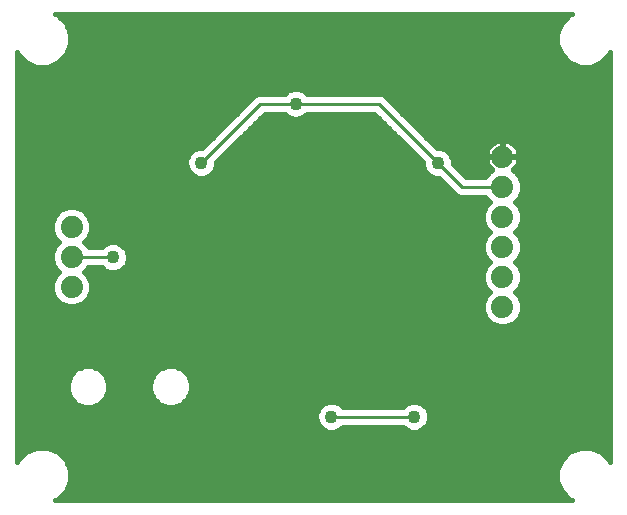
<source format=gbl>
G75*
%MOIN*%
%OFA0B0*%
%FSLAX25Y25*%
%IPPOS*%
%LPD*%
%AMOC8*
5,1,8,0,0,1.08239X$1,22.5*
%
%ADD10C,0.07400*%
%ADD11C,0.04356*%
%ADD12C,0.01600*%
%ADD13C,0.01000*%
D10*
X0023454Y0076603D03*
X0023454Y0086603D03*
X0023454Y0096603D03*
X0167107Y0099930D03*
X0167107Y0089930D03*
X0167107Y0079930D03*
X0167107Y0069930D03*
X0167107Y0109930D03*
X0167107Y0119930D03*
D11*
X0145501Y0117942D03*
X0098257Y0137627D03*
X0066761Y0117942D03*
X0037233Y0086446D03*
X0110068Y0033296D03*
X0137627Y0033296D03*
X0196682Y0119910D03*
D12*
X0190235Y0005400D02*
X0018090Y0005400D01*
X0018879Y0005727D01*
X0021495Y0008343D01*
X0022911Y0011761D01*
X0022911Y0015461D01*
X0021495Y0018879D01*
X0018879Y0021495D01*
X0015461Y0022911D01*
X0011761Y0022911D01*
X0008343Y0021495D01*
X0005727Y0018879D01*
X0005400Y0018090D01*
X0005400Y0154801D01*
X0005727Y0154012D01*
X0008343Y0151396D01*
X0011761Y0149980D01*
X0015461Y0149980D01*
X0018879Y0151396D01*
X0021495Y0154012D01*
X0022911Y0157430D01*
X0022911Y0161130D01*
X0021495Y0164548D01*
X0018879Y0167164D01*
X0018090Y0167491D01*
X0190235Y0167491D01*
X0189445Y0167164D01*
X0186829Y0164548D01*
X0185413Y0161130D01*
X0185413Y0157430D01*
X0186829Y0154012D01*
X0189445Y0151396D01*
X0192863Y0149980D01*
X0196563Y0149980D01*
X0199981Y0151396D01*
X0202598Y0154012D01*
X0202924Y0154801D01*
X0202924Y0018090D01*
X0202598Y0018879D01*
X0199981Y0021495D01*
X0196563Y0022911D01*
X0192863Y0022911D01*
X0189445Y0021495D01*
X0186829Y0018879D01*
X0185413Y0015461D01*
X0185413Y0011761D01*
X0186829Y0008343D01*
X0189445Y0005727D01*
X0190235Y0005400D01*
X0188724Y0006448D02*
X0019600Y0006448D01*
X0021199Y0008047D02*
X0187125Y0008047D01*
X0186290Y0009645D02*
X0022035Y0009645D01*
X0022697Y0011244D02*
X0185628Y0011244D01*
X0185413Y0012842D02*
X0022911Y0012842D01*
X0022911Y0014441D02*
X0185413Y0014441D01*
X0185653Y0016039D02*
X0022671Y0016039D01*
X0022009Y0017638D02*
X0186315Y0017638D01*
X0187187Y0019236D02*
X0021138Y0019236D01*
X0019539Y0020835D02*
X0188785Y0020835D01*
X0191710Y0022433D02*
X0016614Y0022433D01*
X0010608Y0022433D02*
X0005400Y0022433D01*
X0005400Y0020835D02*
X0007683Y0020835D01*
X0006084Y0019236D02*
X0005400Y0019236D01*
X0005400Y0024032D02*
X0202924Y0024032D01*
X0202924Y0025630D02*
X0005400Y0025630D01*
X0005400Y0027229D02*
X0202924Y0027229D01*
X0202924Y0028827D02*
X0139846Y0028827D01*
X0140447Y0029076D02*
X0141847Y0030476D01*
X0142605Y0032306D01*
X0142605Y0034286D01*
X0141847Y0036116D01*
X0140447Y0037516D01*
X0138617Y0038274D01*
X0136637Y0038274D01*
X0134807Y0037516D01*
X0133887Y0036596D01*
X0113808Y0036596D01*
X0112887Y0037516D01*
X0111058Y0038274D01*
X0109078Y0038274D01*
X0107248Y0037516D01*
X0105848Y0036116D01*
X0105090Y0034286D01*
X0105090Y0032306D01*
X0105848Y0030476D01*
X0107248Y0029076D01*
X0109078Y0028318D01*
X0111058Y0028318D01*
X0112887Y0029076D01*
X0113808Y0029996D01*
X0133887Y0029996D01*
X0134807Y0029076D01*
X0136637Y0028318D01*
X0138617Y0028318D01*
X0140447Y0029076D01*
X0141797Y0030426D02*
X0202924Y0030426D01*
X0202924Y0032024D02*
X0142488Y0032024D01*
X0142605Y0033623D02*
X0202924Y0033623D01*
X0202924Y0035221D02*
X0142217Y0035221D01*
X0141143Y0036820D02*
X0202924Y0036820D01*
X0202924Y0038418D02*
X0061102Y0038418D01*
X0060296Y0037612D02*
X0062191Y0039507D01*
X0063216Y0041984D01*
X0063216Y0044664D01*
X0062191Y0047140D01*
X0060296Y0049035D01*
X0057819Y0050061D01*
X0055139Y0050061D01*
X0052663Y0049035D01*
X0050768Y0047140D01*
X0049742Y0044664D01*
X0049742Y0041984D01*
X0050768Y0039507D01*
X0052663Y0037612D01*
X0055139Y0036587D01*
X0057819Y0036587D01*
X0060296Y0037612D01*
X0058383Y0036820D02*
X0106552Y0036820D01*
X0105477Y0035221D02*
X0005400Y0035221D01*
X0005400Y0033623D02*
X0105090Y0033623D01*
X0105206Y0032024D02*
X0005400Y0032024D01*
X0005400Y0030426D02*
X0105898Y0030426D01*
X0107848Y0028827D02*
X0005400Y0028827D01*
X0005400Y0036820D02*
X0027017Y0036820D01*
X0027580Y0036587D02*
X0025104Y0037612D01*
X0023209Y0039507D01*
X0022183Y0041984D01*
X0022183Y0044664D01*
X0023209Y0047140D01*
X0025104Y0049035D01*
X0027580Y0050061D01*
X0030260Y0050061D01*
X0032737Y0049035D01*
X0034632Y0047140D01*
X0035657Y0044664D01*
X0035657Y0041984D01*
X0034632Y0039507D01*
X0032737Y0037612D01*
X0030260Y0036587D01*
X0027580Y0036587D01*
X0030824Y0036820D02*
X0054576Y0036820D01*
X0051857Y0038418D02*
X0033543Y0038418D01*
X0034843Y0040017D02*
X0050557Y0040017D01*
X0049895Y0041616D02*
X0035505Y0041616D01*
X0035657Y0043214D02*
X0049742Y0043214D01*
X0049804Y0044813D02*
X0035596Y0044813D01*
X0034934Y0046411D02*
X0050466Y0046411D01*
X0051638Y0048010D02*
X0033762Y0048010D01*
X0031353Y0049608D02*
X0054047Y0049608D01*
X0058912Y0049608D02*
X0202924Y0049608D01*
X0202924Y0048010D02*
X0061321Y0048010D01*
X0062493Y0046411D02*
X0202924Y0046411D01*
X0202924Y0044813D02*
X0063155Y0044813D01*
X0063216Y0043214D02*
X0202924Y0043214D01*
X0202924Y0041616D02*
X0063064Y0041616D01*
X0062402Y0040017D02*
X0202924Y0040017D01*
X0202924Y0051207D02*
X0005400Y0051207D01*
X0005400Y0052805D02*
X0202924Y0052805D01*
X0202924Y0054404D02*
X0005400Y0054404D01*
X0005400Y0056002D02*
X0202924Y0056002D01*
X0202924Y0057601D02*
X0005400Y0057601D01*
X0005400Y0059199D02*
X0202924Y0059199D01*
X0202924Y0060798D02*
X0005400Y0060798D01*
X0005400Y0062396D02*
X0202924Y0062396D01*
X0202924Y0063995D02*
X0169764Y0063995D01*
X0170789Y0064419D02*
X0172618Y0066248D01*
X0173607Y0068637D01*
X0173607Y0071223D01*
X0172618Y0073612D01*
X0171300Y0074930D01*
X0172618Y0076248D01*
X0173607Y0078637D01*
X0173607Y0081223D01*
X0172618Y0083612D01*
X0171300Y0084930D01*
X0172618Y0086248D01*
X0173607Y0088637D01*
X0173607Y0091223D01*
X0172618Y0093612D01*
X0171300Y0094930D01*
X0172618Y0096248D01*
X0173607Y0098637D01*
X0173607Y0101223D01*
X0172618Y0103612D01*
X0171300Y0104930D01*
X0172618Y0106248D01*
X0173607Y0108637D01*
X0173607Y0111223D01*
X0172618Y0113612D01*
X0170789Y0115440D01*
X0170468Y0115573D01*
X0170690Y0115734D01*
X0171302Y0116347D01*
X0171811Y0117047D01*
X0172204Y0117818D01*
X0172472Y0118642D01*
X0172607Y0119497D01*
X0172607Y0119730D01*
X0167307Y0119730D01*
X0167307Y0120130D01*
X0166907Y0120130D01*
X0166907Y0125430D01*
X0166674Y0125430D01*
X0165819Y0125294D01*
X0164996Y0125027D01*
X0164225Y0124634D01*
X0163524Y0124125D01*
X0162912Y0123513D01*
X0162403Y0122812D01*
X0162010Y0122041D01*
X0161743Y0121218D01*
X0161607Y0120362D01*
X0161607Y0120130D01*
X0166907Y0120130D01*
X0166907Y0119730D01*
X0161607Y0119730D01*
X0161607Y0119497D01*
X0161743Y0118642D01*
X0162010Y0117818D01*
X0162403Y0117047D01*
X0162912Y0116347D01*
X0163524Y0115734D01*
X0163746Y0115573D01*
X0163425Y0115440D01*
X0161597Y0113612D01*
X0161439Y0113230D01*
X0154880Y0113230D01*
X0150479Y0117631D01*
X0150479Y0118932D01*
X0149721Y0120762D01*
X0148321Y0122162D01*
X0146491Y0122920D01*
X0145190Y0122920D01*
X0128613Y0139496D01*
X0127685Y0140424D01*
X0126472Y0140927D01*
X0101997Y0140927D01*
X0101076Y0141847D01*
X0099247Y0142605D01*
X0097267Y0142605D01*
X0095437Y0141847D01*
X0094517Y0140927D01*
X0085789Y0140927D01*
X0084576Y0140424D01*
X0083648Y0139496D01*
X0067072Y0122920D01*
X0065770Y0122920D01*
X0063941Y0122162D01*
X0062541Y0120762D01*
X0061783Y0118932D01*
X0061783Y0116952D01*
X0062541Y0115122D01*
X0063941Y0113722D01*
X0065770Y0112964D01*
X0067751Y0112964D01*
X0069580Y0113722D01*
X0070981Y0115122D01*
X0071739Y0116952D01*
X0071739Y0118253D01*
X0087813Y0134327D01*
X0094517Y0134327D01*
X0095437Y0133407D01*
X0097267Y0132649D01*
X0099247Y0132649D01*
X0101076Y0133407D01*
X0101997Y0134327D01*
X0124449Y0134327D01*
X0140523Y0118253D01*
X0140523Y0116952D01*
X0141281Y0115122D01*
X0142681Y0113722D01*
X0144511Y0112964D01*
X0145812Y0112964D01*
X0151644Y0107132D01*
X0152856Y0106630D01*
X0161439Y0106630D01*
X0161597Y0106248D01*
X0162915Y0104930D01*
X0161597Y0103612D01*
X0160607Y0101223D01*
X0160607Y0098637D01*
X0161597Y0096248D01*
X0162915Y0094930D01*
X0161597Y0093612D01*
X0160607Y0091223D01*
X0160607Y0088637D01*
X0161597Y0086248D01*
X0162915Y0084930D01*
X0161597Y0083612D01*
X0160607Y0081223D01*
X0160607Y0078637D01*
X0161597Y0076248D01*
X0162915Y0074930D01*
X0161597Y0073612D01*
X0160607Y0071223D01*
X0160607Y0068637D01*
X0161597Y0066248D01*
X0163425Y0064419D01*
X0165814Y0063430D01*
X0168400Y0063430D01*
X0170789Y0064419D01*
X0171963Y0065593D02*
X0202924Y0065593D01*
X0202924Y0067192D02*
X0173009Y0067192D01*
X0173607Y0068790D02*
X0202924Y0068790D01*
X0202924Y0070389D02*
X0173607Y0070389D01*
X0173291Y0071987D02*
X0202924Y0071987D01*
X0202924Y0073586D02*
X0172628Y0073586D01*
X0171554Y0075184D02*
X0202924Y0075184D01*
X0202924Y0076783D02*
X0172839Y0076783D01*
X0173502Y0078381D02*
X0202924Y0078381D01*
X0202924Y0079980D02*
X0173607Y0079980D01*
X0173460Y0081578D02*
X0202924Y0081578D01*
X0202924Y0083177D02*
X0172798Y0083177D01*
X0171454Y0084775D02*
X0202924Y0084775D01*
X0202924Y0086374D02*
X0172670Y0086374D01*
X0173332Y0087972D02*
X0202924Y0087972D01*
X0202924Y0089571D02*
X0173607Y0089571D01*
X0173607Y0091169D02*
X0202924Y0091169D01*
X0202924Y0092768D02*
X0172967Y0092768D01*
X0171863Y0094366D02*
X0202924Y0094366D01*
X0202924Y0095965D02*
X0172335Y0095965D01*
X0173163Y0097563D02*
X0202924Y0097563D01*
X0202924Y0099162D02*
X0173607Y0099162D01*
X0173607Y0100760D02*
X0202924Y0100760D01*
X0202924Y0102359D02*
X0173137Y0102359D01*
X0172272Y0103957D02*
X0202924Y0103957D01*
X0202924Y0105556D02*
X0171926Y0105556D01*
X0172993Y0107154D02*
X0202924Y0107154D01*
X0202924Y0108753D02*
X0173607Y0108753D01*
X0173607Y0110351D02*
X0202924Y0110351D01*
X0202924Y0111950D02*
X0173306Y0111950D01*
X0172644Y0113549D02*
X0202924Y0113549D01*
X0202924Y0115147D02*
X0171082Y0115147D01*
X0171592Y0116746D02*
X0202924Y0116746D01*
X0202924Y0118344D02*
X0172375Y0118344D01*
X0172607Y0120130D02*
X0172607Y0120362D01*
X0172472Y0121218D01*
X0172204Y0122041D01*
X0171811Y0122812D01*
X0171302Y0123513D01*
X0170690Y0124125D01*
X0169990Y0124634D01*
X0169219Y0125027D01*
X0168395Y0125294D01*
X0167540Y0125430D01*
X0167307Y0125430D01*
X0167307Y0120130D01*
X0172607Y0120130D01*
X0172367Y0121541D02*
X0202924Y0121541D01*
X0202924Y0119943D02*
X0167307Y0119943D01*
X0166907Y0119943D02*
X0150060Y0119943D01*
X0150479Y0118344D02*
X0161839Y0118344D01*
X0162622Y0116746D02*
X0151364Y0116746D01*
X0152962Y0115147D02*
X0163132Y0115147D01*
X0161571Y0113549D02*
X0154561Y0113549D01*
X0150023Y0108753D02*
X0005400Y0108753D01*
X0005400Y0110351D02*
X0148424Y0110351D01*
X0146826Y0111950D02*
X0005400Y0111950D01*
X0005400Y0113549D02*
X0064359Y0113549D01*
X0062530Y0115147D02*
X0005400Y0115147D01*
X0005400Y0116746D02*
X0061868Y0116746D01*
X0061783Y0118344D02*
X0005400Y0118344D01*
X0005400Y0119943D02*
X0062201Y0119943D01*
X0063320Y0121541D02*
X0005400Y0121541D01*
X0005400Y0123140D02*
X0067292Y0123140D01*
X0068890Y0124738D02*
X0005400Y0124738D01*
X0005400Y0126337D02*
X0070489Y0126337D01*
X0072087Y0127935D02*
X0005400Y0127935D01*
X0005400Y0129534D02*
X0073686Y0129534D01*
X0075284Y0131132D02*
X0005400Y0131132D01*
X0005400Y0132731D02*
X0076883Y0132731D01*
X0078481Y0134329D02*
X0005400Y0134329D01*
X0005400Y0135928D02*
X0080080Y0135928D01*
X0081678Y0137526D02*
X0005400Y0137526D01*
X0005400Y0139125D02*
X0083277Y0139125D01*
X0083648Y0139496D02*
X0083648Y0139496D01*
X0085298Y0140723D02*
X0005400Y0140723D01*
X0005400Y0142322D02*
X0096583Y0142322D01*
X0099930Y0142322D02*
X0202924Y0142322D01*
X0202924Y0143920D02*
X0005400Y0143920D01*
X0005400Y0145519D02*
X0202924Y0145519D01*
X0202924Y0147117D02*
X0005400Y0147117D01*
X0005400Y0148716D02*
X0202924Y0148716D01*
X0202924Y0150314D02*
X0197370Y0150314D01*
X0200498Y0151913D02*
X0202924Y0151913D01*
X0202924Y0153511D02*
X0202097Y0153511D01*
X0192057Y0150314D02*
X0016267Y0150314D01*
X0019396Y0151913D02*
X0188929Y0151913D01*
X0187330Y0153511D02*
X0020994Y0153511D01*
X0021950Y0155110D02*
X0186375Y0155110D01*
X0185712Y0156708D02*
X0022612Y0156708D01*
X0022911Y0158307D02*
X0185413Y0158307D01*
X0185413Y0159905D02*
X0022911Y0159905D01*
X0022756Y0161504D02*
X0185568Y0161504D01*
X0186230Y0163102D02*
X0022094Y0163102D01*
X0021343Y0164701D02*
X0186982Y0164701D01*
X0188580Y0166299D02*
X0019744Y0166299D01*
X0006228Y0153511D02*
X0005400Y0153511D01*
X0005400Y0151913D02*
X0007826Y0151913D01*
X0005400Y0150314D02*
X0010955Y0150314D01*
X0005400Y0107154D02*
X0151621Y0107154D01*
X0143099Y0113549D02*
X0069162Y0113549D01*
X0070991Y0115147D02*
X0141270Y0115147D01*
X0140608Y0116746D02*
X0071653Y0116746D01*
X0071830Y0118344D02*
X0140432Y0118344D01*
X0138833Y0119943D02*
X0073428Y0119943D01*
X0075027Y0121541D02*
X0137235Y0121541D01*
X0135636Y0123140D02*
X0076625Y0123140D01*
X0078224Y0124738D02*
X0134038Y0124738D01*
X0132439Y0126337D02*
X0079822Y0126337D01*
X0081421Y0127935D02*
X0130841Y0127935D01*
X0129242Y0129534D02*
X0083019Y0129534D01*
X0084618Y0131132D02*
X0127643Y0131132D01*
X0126045Y0132731D02*
X0099444Y0132731D01*
X0097069Y0132731D02*
X0086216Y0132731D01*
X0126964Y0140723D02*
X0202924Y0140723D01*
X0202924Y0139125D02*
X0128985Y0139125D01*
X0130583Y0137526D02*
X0202924Y0137526D01*
X0202924Y0135928D02*
X0132182Y0135928D01*
X0133780Y0134329D02*
X0202924Y0134329D01*
X0202924Y0132731D02*
X0135379Y0132731D01*
X0136977Y0131132D02*
X0202924Y0131132D01*
X0202924Y0129534D02*
X0138576Y0129534D01*
X0140174Y0127935D02*
X0202924Y0127935D01*
X0202924Y0126337D02*
X0141773Y0126337D01*
X0143371Y0124738D02*
X0164430Y0124738D01*
X0162641Y0123140D02*
X0144970Y0123140D01*
X0148941Y0121541D02*
X0161848Y0121541D01*
X0166907Y0121541D02*
X0167307Y0121541D01*
X0167307Y0123140D02*
X0166907Y0123140D01*
X0166907Y0124738D02*
X0167307Y0124738D01*
X0169785Y0124738D02*
X0202924Y0124738D01*
X0202924Y0123140D02*
X0171573Y0123140D01*
X0162289Y0105556D02*
X0005400Y0105556D01*
X0005400Y0103957D02*
X0161943Y0103957D01*
X0161078Y0102359D02*
X0026543Y0102359D01*
X0027135Y0102114D02*
X0028964Y0100285D01*
X0029954Y0097896D01*
X0029954Y0095310D01*
X0028964Y0092921D01*
X0027646Y0091603D01*
X0028964Y0090285D01*
X0029187Y0089746D01*
X0033493Y0089746D01*
X0034413Y0090666D01*
X0036243Y0091424D01*
X0038223Y0091424D01*
X0040053Y0090666D01*
X0041453Y0089265D01*
X0042211Y0087436D01*
X0042211Y0085455D01*
X0041453Y0083626D01*
X0040053Y0082226D01*
X0038223Y0081468D01*
X0036243Y0081468D01*
X0034413Y0082226D01*
X0033493Y0083146D01*
X0029057Y0083146D01*
X0028964Y0082921D01*
X0027646Y0081603D01*
X0028964Y0080285D01*
X0029954Y0077896D01*
X0029954Y0075310D01*
X0028964Y0072921D01*
X0027135Y0071093D01*
X0024746Y0070103D01*
X0022161Y0070103D01*
X0019772Y0071093D01*
X0017943Y0072921D01*
X0016954Y0075310D01*
X0016954Y0077896D01*
X0017943Y0080285D01*
X0019261Y0081603D01*
X0017943Y0082921D01*
X0016954Y0085310D01*
X0016954Y0087896D01*
X0017943Y0090285D01*
X0019261Y0091603D01*
X0017943Y0092921D01*
X0016954Y0095310D01*
X0016954Y0097896D01*
X0017943Y0100285D01*
X0019772Y0102114D01*
X0022161Y0103103D01*
X0024746Y0103103D01*
X0027135Y0102114D01*
X0028489Y0100760D02*
X0160607Y0100760D01*
X0160607Y0099162D02*
X0029429Y0099162D01*
X0029954Y0097563D02*
X0161052Y0097563D01*
X0161880Y0095965D02*
X0029954Y0095965D01*
X0029563Y0094366D02*
X0162352Y0094366D01*
X0161247Y0092768D02*
X0028811Y0092768D01*
X0028080Y0091169D02*
X0035629Y0091169D01*
X0038837Y0091169D02*
X0160607Y0091169D01*
X0160607Y0089571D02*
X0041148Y0089571D01*
X0041989Y0087972D02*
X0160882Y0087972D01*
X0161545Y0086374D02*
X0042211Y0086374D01*
X0041929Y0084775D02*
X0162761Y0084775D01*
X0161417Y0083177D02*
X0041004Y0083177D01*
X0038490Y0081578D02*
X0160755Y0081578D01*
X0160607Y0079980D02*
X0029090Y0079980D01*
X0029753Y0078381D02*
X0160713Y0078381D01*
X0161375Y0076783D02*
X0029954Y0076783D01*
X0029901Y0075184D02*
X0162660Y0075184D01*
X0161586Y0073586D02*
X0029239Y0073586D01*
X0028030Y0071987D02*
X0160924Y0071987D01*
X0160607Y0070389D02*
X0025436Y0070389D01*
X0021471Y0070389D02*
X0005400Y0070389D01*
X0005400Y0071987D02*
X0018877Y0071987D01*
X0017668Y0073586D02*
X0005400Y0073586D01*
X0005400Y0075184D02*
X0017006Y0075184D01*
X0016954Y0076783D02*
X0005400Y0076783D01*
X0005400Y0078381D02*
X0017155Y0078381D01*
X0017817Y0079980D02*
X0005400Y0079980D01*
X0005400Y0081578D02*
X0019236Y0081578D01*
X0017837Y0083177D02*
X0005400Y0083177D01*
X0005400Y0084775D02*
X0017175Y0084775D01*
X0016954Y0086374D02*
X0005400Y0086374D01*
X0005400Y0087972D02*
X0016985Y0087972D01*
X0017647Y0089571D02*
X0005400Y0089571D01*
X0005400Y0091169D02*
X0018827Y0091169D01*
X0018096Y0092768D02*
X0005400Y0092768D01*
X0005400Y0094366D02*
X0017344Y0094366D01*
X0016954Y0095965D02*
X0005400Y0095965D01*
X0005400Y0097563D02*
X0016954Y0097563D01*
X0017478Y0099162D02*
X0005400Y0099162D01*
X0005400Y0100760D02*
X0018418Y0100760D01*
X0020364Y0102359D02*
X0005400Y0102359D01*
X0027671Y0081578D02*
X0035976Y0081578D01*
X0005400Y0068790D02*
X0160607Y0068790D01*
X0161206Y0067192D02*
X0005400Y0067192D01*
X0005400Y0065593D02*
X0162251Y0065593D01*
X0164450Y0063995D02*
X0005400Y0063995D01*
X0005400Y0049608D02*
X0026488Y0049608D01*
X0024079Y0048010D02*
X0005400Y0048010D01*
X0005400Y0046411D02*
X0022907Y0046411D01*
X0022245Y0044813D02*
X0005400Y0044813D01*
X0005400Y0043214D02*
X0022183Y0043214D01*
X0022336Y0041616D02*
X0005400Y0041616D01*
X0005400Y0040017D02*
X0022998Y0040017D01*
X0024298Y0038418D02*
X0005400Y0038418D01*
X0112287Y0028827D02*
X0135407Y0028827D01*
X0134111Y0036820D02*
X0113584Y0036820D01*
X0197716Y0022433D02*
X0202924Y0022433D01*
X0202924Y0020835D02*
X0200642Y0020835D01*
X0202240Y0019236D02*
X0202924Y0019236D01*
D13*
X0137627Y0033296D02*
X0110068Y0033296D01*
X0037233Y0086446D02*
X0023611Y0086446D01*
X0023454Y0086603D01*
X0066761Y0117942D02*
X0086446Y0137627D01*
X0098257Y0137627D01*
X0125816Y0137627D01*
X0145501Y0117942D01*
X0153513Y0109930D01*
X0167107Y0109930D01*
X0167107Y0119930D02*
X0196663Y0119930D01*
X0196682Y0119910D01*
M02*

</source>
